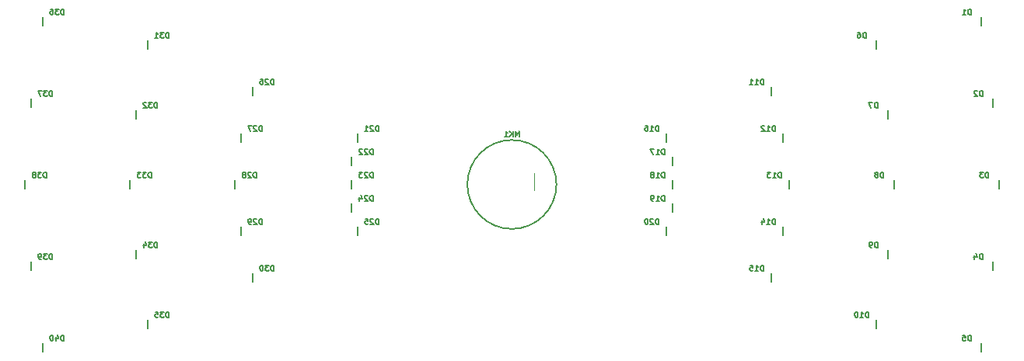
<source format=gbo>
G04 #@! TF.FileFunction,Legend,Bot*
%FSLAX46Y46*%
G04 Gerber Fmt 4.6, Leading zero omitted, Abs format (unit mm)*
G04 Created by KiCad (PCBNEW 4.0.6) date 09/10/17 16:34:28*
%MOMM*%
%LPD*%
G01*
G04 APERTURE LIST*
%ADD10C,0.100000*%
%ADD11C,0.127000*%
%ADD12C,0.203200*%
%ADD13C,0.101600*%
G04 APERTURE END LIST*
D10*
D11*
X200957500Y-112854980D02*
X200957500Y-111905020D01*
X199687500Y-105234980D02*
X199687500Y-104285020D01*
X189527500Y-115394980D02*
X189527500Y-114445020D01*
X188257500Y-110314980D02*
X188257500Y-109365020D01*
X200957500Y-128094980D02*
X200957500Y-127145020D01*
X176827500Y-115394980D02*
X176827500Y-114445020D01*
X177462500Y-117934980D02*
X177462500Y-116985020D01*
X177462500Y-123014980D02*
X177462500Y-122065020D01*
X177462500Y-120474980D02*
X177462500Y-119525020D01*
X176827500Y-125554980D02*
X176827500Y-124605020D01*
X131742500Y-109365020D02*
X131742500Y-110314980D01*
X130472500Y-114445020D02*
X130472500Y-115394980D01*
X129837500Y-119525020D02*
X129837500Y-120474980D01*
X130472500Y-124605020D02*
X130472500Y-125554980D01*
X120312500Y-134765020D02*
X120312500Y-135714980D01*
X131742500Y-129685020D02*
X131742500Y-130634980D01*
X119042500Y-127145020D02*
X119042500Y-128094980D01*
X119042500Y-111905020D02*
X119042500Y-112854980D01*
X108882500Y-101745020D02*
X108882500Y-102694980D01*
X120312500Y-104285020D02*
X120312500Y-105234980D01*
X107612500Y-110635020D02*
X107612500Y-111584980D01*
X106977500Y-119525020D02*
X106977500Y-120474980D01*
X118407500Y-119525020D02*
X118407500Y-120474980D01*
X142537500Y-122065020D02*
X142537500Y-123014980D01*
X142537500Y-116985020D02*
X142537500Y-117934980D01*
X143172500Y-114445020D02*
X143172500Y-115394980D01*
X190162500Y-120474980D02*
X190162500Y-119525020D01*
X189527500Y-125554980D02*
X189527500Y-124605020D01*
X188257500Y-130634980D02*
X188257500Y-129685020D01*
X107612500Y-128415020D02*
X107612500Y-129364980D01*
X108882500Y-137305020D02*
X108882500Y-138254980D01*
X201592500Y-120474980D02*
X201592500Y-119525020D01*
X199687500Y-135714980D02*
X199687500Y-134765020D01*
X212387500Y-129364980D02*
X212387500Y-128415020D01*
X213022500Y-120474980D02*
X213022500Y-119525020D01*
X212387500Y-111584980D02*
X212387500Y-110635020D01*
X211117500Y-102694980D02*
X211117500Y-101745020D01*
X142537500Y-119525020D02*
X142537500Y-120474980D01*
X143172500Y-124605020D02*
X143172500Y-125554980D01*
X211117500Y-138254980D02*
X211117500Y-137305020D01*
D12*
X164848860Y-120000000D02*
G75*
G03X164848860Y-120000000I-4848860J0D01*
G01*
D11*
X199819942Y-111639771D02*
X199819942Y-111030171D01*
X199674799Y-111030171D01*
X199587714Y-111059200D01*
X199529656Y-111117257D01*
X199500628Y-111175314D01*
X199471599Y-111291429D01*
X199471599Y-111378514D01*
X199500628Y-111494629D01*
X199529656Y-111552686D01*
X199587714Y-111610743D01*
X199674799Y-111639771D01*
X199819942Y-111639771D01*
X199268399Y-111030171D02*
X198861999Y-111030171D01*
X199123256Y-111639771D01*
X198549942Y-104019771D02*
X198549942Y-103410171D01*
X198404799Y-103410171D01*
X198317714Y-103439200D01*
X198259656Y-103497257D01*
X198230628Y-103555314D01*
X198201599Y-103671429D01*
X198201599Y-103758514D01*
X198230628Y-103874629D01*
X198259656Y-103932686D01*
X198317714Y-103990743D01*
X198404799Y-104019771D01*
X198549942Y-104019771D01*
X197679085Y-103410171D02*
X197795199Y-103410171D01*
X197853256Y-103439200D01*
X197882285Y-103468229D01*
X197940342Y-103555314D01*
X197969371Y-103671429D01*
X197969371Y-103903657D01*
X197940342Y-103961714D01*
X197911314Y-103990743D01*
X197853256Y-104019771D01*
X197737142Y-104019771D01*
X197679085Y-103990743D01*
X197650056Y-103961714D01*
X197621028Y-103903657D01*
X197621028Y-103758514D01*
X197650056Y-103700457D01*
X197679085Y-103671429D01*
X197737142Y-103642400D01*
X197853256Y-103642400D01*
X197911314Y-103671429D01*
X197940342Y-103700457D01*
X197969371Y-103758514D01*
X188680228Y-114179771D02*
X188680228Y-113570171D01*
X188535085Y-113570171D01*
X188448000Y-113599200D01*
X188389942Y-113657257D01*
X188360914Y-113715314D01*
X188331885Y-113831429D01*
X188331885Y-113918514D01*
X188360914Y-114034629D01*
X188389942Y-114092686D01*
X188448000Y-114150743D01*
X188535085Y-114179771D01*
X188680228Y-114179771D01*
X187751314Y-114179771D02*
X188099657Y-114179771D01*
X187925485Y-114179771D02*
X187925485Y-113570171D01*
X187983542Y-113657257D01*
X188041600Y-113715314D01*
X188099657Y-113744343D01*
X187519086Y-113628229D02*
X187490057Y-113599200D01*
X187432000Y-113570171D01*
X187286857Y-113570171D01*
X187228800Y-113599200D01*
X187199771Y-113628229D01*
X187170743Y-113686286D01*
X187170743Y-113744343D01*
X187199771Y-113831429D01*
X187548114Y-114179771D01*
X187170743Y-114179771D01*
X187410228Y-109099771D02*
X187410228Y-108490171D01*
X187265085Y-108490171D01*
X187178000Y-108519200D01*
X187119942Y-108577257D01*
X187090914Y-108635314D01*
X187061885Y-108751429D01*
X187061885Y-108838514D01*
X187090914Y-108954629D01*
X187119942Y-109012686D01*
X187178000Y-109070743D01*
X187265085Y-109099771D01*
X187410228Y-109099771D01*
X186481314Y-109099771D02*
X186829657Y-109099771D01*
X186655485Y-109099771D02*
X186655485Y-108490171D01*
X186713542Y-108577257D01*
X186771600Y-108635314D01*
X186829657Y-108664343D01*
X185900743Y-109099771D02*
X186249086Y-109099771D01*
X186074914Y-109099771D02*
X186074914Y-108490171D01*
X186132971Y-108577257D01*
X186191029Y-108635314D01*
X186249086Y-108664343D01*
X199819942Y-126879771D02*
X199819942Y-126270171D01*
X199674799Y-126270171D01*
X199587714Y-126299200D01*
X199529656Y-126357257D01*
X199500628Y-126415314D01*
X199471599Y-126531429D01*
X199471599Y-126618514D01*
X199500628Y-126734629D01*
X199529656Y-126792686D01*
X199587714Y-126850743D01*
X199674799Y-126879771D01*
X199819942Y-126879771D01*
X199181314Y-126879771D02*
X199065199Y-126879771D01*
X199007142Y-126850743D01*
X198978114Y-126821714D01*
X198920056Y-126734629D01*
X198891028Y-126618514D01*
X198891028Y-126386286D01*
X198920056Y-126328229D01*
X198949085Y-126299200D01*
X199007142Y-126270171D01*
X199123256Y-126270171D01*
X199181314Y-126299200D01*
X199210342Y-126328229D01*
X199239371Y-126386286D01*
X199239371Y-126531429D01*
X199210342Y-126589486D01*
X199181314Y-126618514D01*
X199123256Y-126647543D01*
X199007142Y-126647543D01*
X198949085Y-126618514D01*
X198920056Y-126589486D01*
X198891028Y-126531429D01*
X175980228Y-114179771D02*
X175980228Y-113570171D01*
X175835085Y-113570171D01*
X175748000Y-113599200D01*
X175689942Y-113657257D01*
X175660914Y-113715314D01*
X175631885Y-113831429D01*
X175631885Y-113918514D01*
X175660914Y-114034629D01*
X175689942Y-114092686D01*
X175748000Y-114150743D01*
X175835085Y-114179771D01*
X175980228Y-114179771D01*
X175051314Y-114179771D02*
X175399657Y-114179771D01*
X175225485Y-114179771D02*
X175225485Y-113570171D01*
X175283542Y-113657257D01*
X175341600Y-113715314D01*
X175399657Y-113744343D01*
X174528800Y-113570171D02*
X174644914Y-113570171D01*
X174702971Y-113599200D01*
X174732000Y-113628229D01*
X174790057Y-113715314D01*
X174819086Y-113831429D01*
X174819086Y-114063657D01*
X174790057Y-114121714D01*
X174761029Y-114150743D01*
X174702971Y-114179771D01*
X174586857Y-114179771D01*
X174528800Y-114150743D01*
X174499771Y-114121714D01*
X174470743Y-114063657D01*
X174470743Y-113918514D01*
X174499771Y-113860457D01*
X174528800Y-113831429D01*
X174586857Y-113802400D01*
X174702971Y-113802400D01*
X174761029Y-113831429D01*
X174790057Y-113860457D01*
X174819086Y-113918514D01*
X176615228Y-116719771D02*
X176615228Y-116110171D01*
X176470085Y-116110171D01*
X176383000Y-116139200D01*
X176324942Y-116197257D01*
X176295914Y-116255314D01*
X176266885Y-116371429D01*
X176266885Y-116458514D01*
X176295914Y-116574629D01*
X176324942Y-116632686D01*
X176383000Y-116690743D01*
X176470085Y-116719771D01*
X176615228Y-116719771D01*
X175686314Y-116719771D02*
X176034657Y-116719771D01*
X175860485Y-116719771D02*
X175860485Y-116110171D01*
X175918542Y-116197257D01*
X175976600Y-116255314D01*
X176034657Y-116284343D01*
X175483114Y-116110171D02*
X175076714Y-116110171D01*
X175337971Y-116719771D01*
X176615228Y-121799771D02*
X176615228Y-121190171D01*
X176470085Y-121190171D01*
X176383000Y-121219200D01*
X176324942Y-121277257D01*
X176295914Y-121335314D01*
X176266885Y-121451429D01*
X176266885Y-121538514D01*
X176295914Y-121654629D01*
X176324942Y-121712686D01*
X176383000Y-121770743D01*
X176470085Y-121799771D01*
X176615228Y-121799771D01*
X175686314Y-121799771D02*
X176034657Y-121799771D01*
X175860485Y-121799771D02*
X175860485Y-121190171D01*
X175918542Y-121277257D01*
X175976600Y-121335314D01*
X176034657Y-121364343D01*
X175396029Y-121799771D02*
X175279914Y-121799771D01*
X175221857Y-121770743D01*
X175192829Y-121741714D01*
X175134771Y-121654629D01*
X175105743Y-121538514D01*
X175105743Y-121306286D01*
X175134771Y-121248229D01*
X175163800Y-121219200D01*
X175221857Y-121190171D01*
X175337971Y-121190171D01*
X175396029Y-121219200D01*
X175425057Y-121248229D01*
X175454086Y-121306286D01*
X175454086Y-121451429D01*
X175425057Y-121509486D01*
X175396029Y-121538514D01*
X175337971Y-121567543D01*
X175221857Y-121567543D01*
X175163800Y-121538514D01*
X175134771Y-121509486D01*
X175105743Y-121451429D01*
X176615228Y-119259771D02*
X176615228Y-118650171D01*
X176470085Y-118650171D01*
X176383000Y-118679200D01*
X176324942Y-118737257D01*
X176295914Y-118795314D01*
X176266885Y-118911429D01*
X176266885Y-118998514D01*
X176295914Y-119114629D01*
X176324942Y-119172686D01*
X176383000Y-119230743D01*
X176470085Y-119259771D01*
X176615228Y-119259771D01*
X175686314Y-119259771D02*
X176034657Y-119259771D01*
X175860485Y-119259771D02*
X175860485Y-118650171D01*
X175918542Y-118737257D01*
X175976600Y-118795314D01*
X176034657Y-118824343D01*
X175337971Y-118911429D02*
X175396029Y-118882400D01*
X175425057Y-118853371D01*
X175454086Y-118795314D01*
X175454086Y-118766286D01*
X175425057Y-118708229D01*
X175396029Y-118679200D01*
X175337971Y-118650171D01*
X175221857Y-118650171D01*
X175163800Y-118679200D01*
X175134771Y-118708229D01*
X175105743Y-118766286D01*
X175105743Y-118795314D01*
X175134771Y-118853371D01*
X175163800Y-118882400D01*
X175221857Y-118911429D01*
X175337971Y-118911429D01*
X175396029Y-118940457D01*
X175425057Y-118969486D01*
X175454086Y-119027543D01*
X175454086Y-119143657D01*
X175425057Y-119201714D01*
X175396029Y-119230743D01*
X175337971Y-119259771D01*
X175221857Y-119259771D01*
X175163800Y-119230743D01*
X175134771Y-119201714D01*
X175105743Y-119143657D01*
X175105743Y-119027543D01*
X175134771Y-118969486D01*
X175163800Y-118940457D01*
X175221857Y-118911429D01*
X175980228Y-124339771D02*
X175980228Y-123730171D01*
X175835085Y-123730171D01*
X175748000Y-123759200D01*
X175689942Y-123817257D01*
X175660914Y-123875314D01*
X175631885Y-123991429D01*
X175631885Y-124078514D01*
X175660914Y-124194629D01*
X175689942Y-124252686D01*
X175748000Y-124310743D01*
X175835085Y-124339771D01*
X175980228Y-124339771D01*
X175399657Y-123788229D02*
X175370628Y-123759200D01*
X175312571Y-123730171D01*
X175167428Y-123730171D01*
X175109371Y-123759200D01*
X175080342Y-123788229D01*
X175051314Y-123846286D01*
X175051314Y-123904343D01*
X175080342Y-123991429D01*
X175428685Y-124339771D01*
X175051314Y-124339771D01*
X174673943Y-123730171D02*
X174615886Y-123730171D01*
X174557829Y-123759200D01*
X174528800Y-123788229D01*
X174499771Y-123846286D01*
X174470743Y-123962400D01*
X174470743Y-124107543D01*
X174499771Y-124223657D01*
X174528800Y-124281714D01*
X174557829Y-124310743D01*
X174615886Y-124339771D01*
X174673943Y-124339771D01*
X174732000Y-124310743D01*
X174761029Y-124281714D01*
X174790057Y-124223657D01*
X174819086Y-124107543D01*
X174819086Y-123962400D01*
X174790057Y-123846286D01*
X174761029Y-123788229D01*
X174732000Y-123759200D01*
X174673943Y-123730171D01*
X134070228Y-109099771D02*
X134070228Y-108490171D01*
X133925085Y-108490171D01*
X133838000Y-108519200D01*
X133779942Y-108577257D01*
X133750914Y-108635314D01*
X133721885Y-108751429D01*
X133721885Y-108838514D01*
X133750914Y-108954629D01*
X133779942Y-109012686D01*
X133838000Y-109070743D01*
X133925085Y-109099771D01*
X134070228Y-109099771D01*
X133489657Y-108548229D02*
X133460628Y-108519200D01*
X133402571Y-108490171D01*
X133257428Y-108490171D01*
X133199371Y-108519200D01*
X133170342Y-108548229D01*
X133141314Y-108606286D01*
X133141314Y-108664343D01*
X133170342Y-108751429D01*
X133518685Y-109099771D01*
X133141314Y-109099771D01*
X132618800Y-108490171D02*
X132734914Y-108490171D01*
X132792971Y-108519200D01*
X132822000Y-108548229D01*
X132880057Y-108635314D01*
X132909086Y-108751429D01*
X132909086Y-108983657D01*
X132880057Y-109041714D01*
X132851029Y-109070743D01*
X132792971Y-109099771D01*
X132676857Y-109099771D01*
X132618800Y-109070743D01*
X132589771Y-109041714D01*
X132560743Y-108983657D01*
X132560743Y-108838514D01*
X132589771Y-108780457D01*
X132618800Y-108751429D01*
X132676857Y-108722400D01*
X132792971Y-108722400D01*
X132851029Y-108751429D01*
X132880057Y-108780457D01*
X132909086Y-108838514D01*
X132800228Y-114179771D02*
X132800228Y-113570171D01*
X132655085Y-113570171D01*
X132568000Y-113599200D01*
X132509942Y-113657257D01*
X132480914Y-113715314D01*
X132451885Y-113831429D01*
X132451885Y-113918514D01*
X132480914Y-114034629D01*
X132509942Y-114092686D01*
X132568000Y-114150743D01*
X132655085Y-114179771D01*
X132800228Y-114179771D01*
X132219657Y-113628229D02*
X132190628Y-113599200D01*
X132132571Y-113570171D01*
X131987428Y-113570171D01*
X131929371Y-113599200D01*
X131900342Y-113628229D01*
X131871314Y-113686286D01*
X131871314Y-113744343D01*
X131900342Y-113831429D01*
X132248685Y-114179771D01*
X131871314Y-114179771D01*
X131668114Y-113570171D02*
X131261714Y-113570171D01*
X131522971Y-114179771D01*
X132165228Y-119259771D02*
X132165228Y-118650171D01*
X132020085Y-118650171D01*
X131933000Y-118679200D01*
X131874942Y-118737257D01*
X131845914Y-118795314D01*
X131816885Y-118911429D01*
X131816885Y-118998514D01*
X131845914Y-119114629D01*
X131874942Y-119172686D01*
X131933000Y-119230743D01*
X132020085Y-119259771D01*
X132165228Y-119259771D01*
X131584657Y-118708229D02*
X131555628Y-118679200D01*
X131497571Y-118650171D01*
X131352428Y-118650171D01*
X131294371Y-118679200D01*
X131265342Y-118708229D01*
X131236314Y-118766286D01*
X131236314Y-118824343D01*
X131265342Y-118911429D01*
X131613685Y-119259771D01*
X131236314Y-119259771D01*
X130887971Y-118911429D02*
X130946029Y-118882400D01*
X130975057Y-118853371D01*
X131004086Y-118795314D01*
X131004086Y-118766286D01*
X130975057Y-118708229D01*
X130946029Y-118679200D01*
X130887971Y-118650171D01*
X130771857Y-118650171D01*
X130713800Y-118679200D01*
X130684771Y-118708229D01*
X130655743Y-118766286D01*
X130655743Y-118795314D01*
X130684771Y-118853371D01*
X130713800Y-118882400D01*
X130771857Y-118911429D01*
X130887971Y-118911429D01*
X130946029Y-118940457D01*
X130975057Y-118969486D01*
X131004086Y-119027543D01*
X131004086Y-119143657D01*
X130975057Y-119201714D01*
X130946029Y-119230743D01*
X130887971Y-119259771D01*
X130771857Y-119259771D01*
X130713800Y-119230743D01*
X130684771Y-119201714D01*
X130655743Y-119143657D01*
X130655743Y-119027543D01*
X130684771Y-118969486D01*
X130713800Y-118940457D01*
X130771857Y-118911429D01*
X132800228Y-124339771D02*
X132800228Y-123730171D01*
X132655085Y-123730171D01*
X132568000Y-123759200D01*
X132509942Y-123817257D01*
X132480914Y-123875314D01*
X132451885Y-123991429D01*
X132451885Y-124078514D01*
X132480914Y-124194629D01*
X132509942Y-124252686D01*
X132568000Y-124310743D01*
X132655085Y-124339771D01*
X132800228Y-124339771D01*
X132219657Y-123788229D02*
X132190628Y-123759200D01*
X132132571Y-123730171D01*
X131987428Y-123730171D01*
X131929371Y-123759200D01*
X131900342Y-123788229D01*
X131871314Y-123846286D01*
X131871314Y-123904343D01*
X131900342Y-123991429D01*
X132248685Y-124339771D01*
X131871314Y-124339771D01*
X131581029Y-124339771D02*
X131464914Y-124339771D01*
X131406857Y-124310743D01*
X131377829Y-124281714D01*
X131319771Y-124194629D01*
X131290743Y-124078514D01*
X131290743Y-123846286D01*
X131319771Y-123788229D01*
X131348800Y-123759200D01*
X131406857Y-123730171D01*
X131522971Y-123730171D01*
X131581029Y-123759200D01*
X131610057Y-123788229D01*
X131639086Y-123846286D01*
X131639086Y-123991429D01*
X131610057Y-124049486D01*
X131581029Y-124078514D01*
X131522971Y-124107543D01*
X131406857Y-124107543D01*
X131348800Y-124078514D01*
X131319771Y-124049486D01*
X131290743Y-123991429D01*
X122640228Y-134499771D02*
X122640228Y-133890171D01*
X122495085Y-133890171D01*
X122408000Y-133919200D01*
X122349942Y-133977257D01*
X122320914Y-134035314D01*
X122291885Y-134151429D01*
X122291885Y-134238514D01*
X122320914Y-134354629D01*
X122349942Y-134412686D01*
X122408000Y-134470743D01*
X122495085Y-134499771D01*
X122640228Y-134499771D01*
X122088685Y-133890171D02*
X121711314Y-133890171D01*
X121914514Y-134122400D01*
X121827428Y-134122400D01*
X121769371Y-134151429D01*
X121740342Y-134180457D01*
X121711314Y-134238514D01*
X121711314Y-134383657D01*
X121740342Y-134441714D01*
X121769371Y-134470743D01*
X121827428Y-134499771D01*
X122001600Y-134499771D01*
X122059657Y-134470743D01*
X122088685Y-134441714D01*
X121159771Y-133890171D02*
X121450057Y-133890171D01*
X121479086Y-134180457D01*
X121450057Y-134151429D01*
X121392000Y-134122400D01*
X121246857Y-134122400D01*
X121188800Y-134151429D01*
X121159771Y-134180457D01*
X121130743Y-134238514D01*
X121130743Y-134383657D01*
X121159771Y-134441714D01*
X121188800Y-134470743D01*
X121246857Y-134499771D01*
X121392000Y-134499771D01*
X121450057Y-134470743D01*
X121479086Y-134441714D01*
X134070228Y-129419771D02*
X134070228Y-128810171D01*
X133925085Y-128810171D01*
X133838000Y-128839200D01*
X133779942Y-128897257D01*
X133750914Y-128955314D01*
X133721885Y-129071429D01*
X133721885Y-129158514D01*
X133750914Y-129274629D01*
X133779942Y-129332686D01*
X133838000Y-129390743D01*
X133925085Y-129419771D01*
X134070228Y-129419771D01*
X133518685Y-128810171D02*
X133141314Y-128810171D01*
X133344514Y-129042400D01*
X133257428Y-129042400D01*
X133199371Y-129071429D01*
X133170342Y-129100457D01*
X133141314Y-129158514D01*
X133141314Y-129303657D01*
X133170342Y-129361714D01*
X133199371Y-129390743D01*
X133257428Y-129419771D01*
X133431600Y-129419771D01*
X133489657Y-129390743D01*
X133518685Y-129361714D01*
X132763943Y-128810171D02*
X132705886Y-128810171D01*
X132647829Y-128839200D01*
X132618800Y-128868229D01*
X132589771Y-128926286D01*
X132560743Y-129042400D01*
X132560743Y-129187543D01*
X132589771Y-129303657D01*
X132618800Y-129361714D01*
X132647829Y-129390743D01*
X132705886Y-129419771D01*
X132763943Y-129419771D01*
X132822000Y-129390743D01*
X132851029Y-129361714D01*
X132880057Y-129303657D01*
X132909086Y-129187543D01*
X132909086Y-129042400D01*
X132880057Y-128926286D01*
X132851029Y-128868229D01*
X132822000Y-128839200D01*
X132763943Y-128810171D01*
X121370228Y-126879771D02*
X121370228Y-126270171D01*
X121225085Y-126270171D01*
X121138000Y-126299200D01*
X121079942Y-126357257D01*
X121050914Y-126415314D01*
X121021885Y-126531429D01*
X121021885Y-126618514D01*
X121050914Y-126734629D01*
X121079942Y-126792686D01*
X121138000Y-126850743D01*
X121225085Y-126879771D01*
X121370228Y-126879771D01*
X120818685Y-126270171D02*
X120441314Y-126270171D01*
X120644514Y-126502400D01*
X120557428Y-126502400D01*
X120499371Y-126531429D01*
X120470342Y-126560457D01*
X120441314Y-126618514D01*
X120441314Y-126763657D01*
X120470342Y-126821714D01*
X120499371Y-126850743D01*
X120557428Y-126879771D01*
X120731600Y-126879771D01*
X120789657Y-126850743D01*
X120818685Y-126821714D01*
X119918800Y-126473371D02*
X119918800Y-126879771D01*
X120063943Y-126241143D02*
X120209086Y-126676571D01*
X119831714Y-126676571D01*
X121370228Y-111639771D02*
X121370228Y-111030171D01*
X121225085Y-111030171D01*
X121138000Y-111059200D01*
X121079942Y-111117257D01*
X121050914Y-111175314D01*
X121021885Y-111291429D01*
X121021885Y-111378514D01*
X121050914Y-111494629D01*
X121079942Y-111552686D01*
X121138000Y-111610743D01*
X121225085Y-111639771D01*
X121370228Y-111639771D01*
X120818685Y-111030171D02*
X120441314Y-111030171D01*
X120644514Y-111262400D01*
X120557428Y-111262400D01*
X120499371Y-111291429D01*
X120470342Y-111320457D01*
X120441314Y-111378514D01*
X120441314Y-111523657D01*
X120470342Y-111581714D01*
X120499371Y-111610743D01*
X120557428Y-111639771D01*
X120731600Y-111639771D01*
X120789657Y-111610743D01*
X120818685Y-111581714D01*
X120209086Y-111088229D02*
X120180057Y-111059200D01*
X120122000Y-111030171D01*
X119976857Y-111030171D01*
X119918800Y-111059200D01*
X119889771Y-111088229D01*
X119860743Y-111146286D01*
X119860743Y-111204343D01*
X119889771Y-111291429D01*
X120238114Y-111639771D01*
X119860743Y-111639771D01*
X111210228Y-101479771D02*
X111210228Y-100870171D01*
X111065085Y-100870171D01*
X110978000Y-100899200D01*
X110919942Y-100957257D01*
X110890914Y-101015314D01*
X110861885Y-101131429D01*
X110861885Y-101218514D01*
X110890914Y-101334629D01*
X110919942Y-101392686D01*
X110978000Y-101450743D01*
X111065085Y-101479771D01*
X111210228Y-101479771D01*
X110658685Y-100870171D02*
X110281314Y-100870171D01*
X110484514Y-101102400D01*
X110397428Y-101102400D01*
X110339371Y-101131429D01*
X110310342Y-101160457D01*
X110281314Y-101218514D01*
X110281314Y-101363657D01*
X110310342Y-101421714D01*
X110339371Y-101450743D01*
X110397428Y-101479771D01*
X110571600Y-101479771D01*
X110629657Y-101450743D01*
X110658685Y-101421714D01*
X109758800Y-100870171D02*
X109874914Y-100870171D01*
X109932971Y-100899200D01*
X109962000Y-100928229D01*
X110020057Y-101015314D01*
X110049086Y-101131429D01*
X110049086Y-101363657D01*
X110020057Y-101421714D01*
X109991029Y-101450743D01*
X109932971Y-101479771D01*
X109816857Y-101479771D01*
X109758800Y-101450743D01*
X109729771Y-101421714D01*
X109700743Y-101363657D01*
X109700743Y-101218514D01*
X109729771Y-101160457D01*
X109758800Y-101131429D01*
X109816857Y-101102400D01*
X109932971Y-101102400D01*
X109991029Y-101131429D01*
X110020057Y-101160457D01*
X110049086Y-101218514D01*
X122640228Y-104019771D02*
X122640228Y-103410171D01*
X122495085Y-103410171D01*
X122408000Y-103439200D01*
X122349942Y-103497257D01*
X122320914Y-103555314D01*
X122291885Y-103671429D01*
X122291885Y-103758514D01*
X122320914Y-103874629D01*
X122349942Y-103932686D01*
X122408000Y-103990743D01*
X122495085Y-104019771D01*
X122640228Y-104019771D01*
X122088685Y-103410171D02*
X121711314Y-103410171D01*
X121914514Y-103642400D01*
X121827428Y-103642400D01*
X121769371Y-103671429D01*
X121740342Y-103700457D01*
X121711314Y-103758514D01*
X121711314Y-103903657D01*
X121740342Y-103961714D01*
X121769371Y-103990743D01*
X121827428Y-104019771D01*
X122001600Y-104019771D01*
X122059657Y-103990743D01*
X122088685Y-103961714D01*
X121130743Y-104019771D02*
X121479086Y-104019771D01*
X121304914Y-104019771D02*
X121304914Y-103410171D01*
X121362971Y-103497257D01*
X121421029Y-103555314D01*
X121479086Y-103584343D01*
X109940228Y-110369771D02*
X109940228Y-109760171D01*
X109795085Y-109760171D01*
X109708000Y-109789200D01*
X109649942Y-109847257D01*
X109620914Y-109905314D01*
X109591885Y-110021429D01*
X109591885Y-110108514D01*
X109620914Y-110224629D01*
X109649942Y-110282686D01*
X109708000Y-110340743D01*
X109795085Y-110369771D01*
X109940228Y-110369771D01*
X109388685Y-109760171D02*
X109011314Y-109760171D01*
X109214514Y-109992400D01*
X109127428Y-109992400D01*
X109069371Y-110021429D01*
X109040342Y-110050457D01*
X109011314Y-110108514D01*
X109011314Y-110253657D01*
X109040342Y-110311714D01*
X109069371Y-110340743D01*
X109127428Y-110369771D01*
X109301600Y-110369771D01*
X109359657Y-110340743D01*
X109388685Y-110311714D01*
X108808114Y-109760171D02*
X108401714Y-109760171D01*
X108662971Y-110369771D01*
X109305228Y-119259771D02*
X109305228Y-118650171D01*
X109160085Y-118650171D01*
X109073000Y-118679200D01*
X109014942Y-118737257D01*
X108985914Y-118795314D01*
X108956885Y-118911429D01*
X108956885Y-118998514D01*
X108985914Y-119114629D01*
X109014942Y-119172686D01*
X109073000Y-119230743D01*
X109160085Y-119259771D01*
X109305228Y-119259771D01*
X108753685Y-118650171D02*
X108376314Y-118650171D01*
X108579514Y-118882400D01*
X108492428Y-118882400D01*
X108434371Y-118911429D01*
X108405342Y-118940457D01*
X108376314Y-118998514D01*
X108376314Y-119143657D01*
X108405342Y-119201714D01*
X108434371Y-119230743D01*
X108492428Y-119259771D01*
X108666600Y-119259771D01*
X108724657Y-119230743D01*
X108753685Y-119201714D01*
X108027971Y-118911429D02*
X108086029Y-118882400D01*
X108115057Y-118853371D01*
X108144086Y-118795314D01*
X108144086Y-118766286D01*
X108115057Y-118708229D01*
X108086029Y-118679200D01*
X108027971Y-118650171D01*
X107911857Y-118650171D01*
X107853800Y-118679200D01*
X107824771Y-118708229D01*
X107795743Y-118766286D01*
X107795743Y-118795314D01*
X107824771Y-118853371D01*
X107853800Y-118882400D01*
X107911857Y-118911429D01*
X108027971Y-118911429D01*
X108086029Y-118940457D01*
X108115057Y-118969486D01*
X108144086Y-119027543D01*
X108144086Y-119143657D01*
X108115057Y-119201714D01*
X108086029Y-119230743D01*
X108027971Y-119259771D01*
X107911857Y-119259771D01*
X107853800Y-119230743D01*
X107824771Y-119201714D01*
X107795743Y-119143657D01*
X107795743Y-119027543D01*
X107824771Y-118969486D01*
X107853800Y-118940457D01*
X107911857Y-118911429D01*
X120735228Y-119259771D02*
X120735228Y-118650171D01*
X120590085Y-118650171D01*
X120503000Y-118679200D01*
X120444942Y-118737257D01*
X120415914Y-118795314D01*
X120386885Y-118911429D01*
X120386885Y-118998514D01*
X120415914Y-119114629D01*
X120444942Y-119172686D01*
X120503000Y-119230743D01*
X120590085Y-119259771D01*
X120735228Y-119259771D01*
X120183685Y-118650171D02*
X119806314Y-118650171D01*
X120009514Y-118882400D01*
X119922428Y-118882400D01*
X119864371Y-118911429D01*
X119835342Y-118940457D01*
X119806314Y-118998514D01*
X119806314Y-119143657D01*
X119835342Y-119201714D01*
X119864371Y-119230743D01*
X119922428Y-119259771D01*
X120096600Y-119259771D01*
X120154657Y-119230743D01*
X120183685Y-119201714D01*
X119603114Y-118650171D02*
X119225743Y-118650171D01*
X119428943Y-118882400D01*
X119341857Y-118882400D01*
X119283800Y-118911429D01*
X119254771Y-118940457D01*
X119225743Y-118998514D01*
X119225743Y-119143657D01*
X119254771Y-119201714D01*
X119283800Y-119230743D01*
X119341857Y-119259771D01*
X119516029Y-119259771D01*
X119574086Y-119230743D01*
X119603114Y-119201714D01*
X144865228Y-121799771D02*
X144865228Y-121190171D01*
X144720085Y-121190171D01*
X144633000Y-121219200D01*
X144574942Y-121277257D01*
X144545914Y-121335314D01*
X144516885Y-121451429D01*
X144516885Y-121538514D01*
X144545914Y-121654629D01*
X144574942Y-121712686D01*
X144633000Y-121770743D01*
X144720085Y-121799771D01*
X144865228Y-121799771D01*
X144284657Y-121248229D02*
X144255628Y-121219200D01*
X144197571Y-121190171D01*
X144052428Y-121190171D01*
X143994371Y-121219200D01*
X143965342Y-121248229D01*
X143936314Y-121306286D01*
X143936314Y-121364343D01*
X143965342Y-121451429D01*
X144313685Y-121799771D01*
X143936314Y-121799771D01*
X143413800Y-121393371D02*
X143413800Y-121799771D01*
X143558943Y-121161143D02*
X143704086Y-121596571D01*
X143326714Y-121596571D01*
X144865228Y-116719771D02*
X144865228Y-116110171D01*
X144720085Y-116110171D01*
X144633000Y-116139200D01*
X144574942Y-116197257D01*
X144545914Y-116255314D01*
X144516885Y-116371429D01*
X144516885Y-116458514D01*
X144545914Y-116574629D01*
X144574942Y-116632686D01*
X144633000Y-116690743D01*
X144720085Y-116719771D01*
X144865228Y-116719771D01*
X144284657Y-116168229D02*
X144255628Y-116139200D01*
X144197571Y-116110171D01*
X144052428Y-116110171D01*
X143994371Y-116139200D01*
X143965342Y-116168229D01*
X143936314Y-116226286D01*
X143936314Y-116284343D01*
X143965342Y-116371429D01*
X144313685Y-116719771D01*
X143936314Y-116719771D01*
X143704086Y-116168229D02*
X143675057Y-116139200D01*
X143617000Y-116110171D01*
X143471857Y-116110171D01*
X143413800Y-116139200D01*
X143384771Y-116168229D01*
X143355743Y-116226286D01*
X143355743Y-116284343D01*
X143384771Y-116371429D01*
X143733114Y-116719771D01*
X143355743Y-116719771D01*
X145500228Y-114179771D02*
X145500228Y-113570171D01*
X145355085Y-113570171D01*
X145268000Y-113599200D01*
X145209942Y-113657257D01*
X145180914Y-113715314D01*
X145151885Y-113831429D01*
X145151885Y-113918514D01*
X145180914Y-114034629D01*
X145209942Y-114092686D01*
X145268000Y-114150743D01*
X145355085Y-114179771D01*
X145500228Y-114179771D01*
X144919657Y-113628229D02*
X144890628Y-113599200D01*
X144832571Y-113570171D01*
X144687428Y-113570171D01*
X144629371Y-113599200D01*
X144600342Y-113628229D01*
X144571314Y-113686286D01*
X144571314Y-113744343D01*
X144600342Y-113831429D01*
X144948685Y-114179771D01*
X144571314Y-114179771D01*
X143990743Y-114179771D02*
X144339086Y-114179771D01*
X144164914Y-114179771D02*
X144164914Y-113570171D01*
X144222971Y-113657257D01*
X144281029Y-113715314D01*
X144339086Y-113744343D01*
X189315228Y-119259771D02*
X189315228Y-118650171D01*
X189170085Y-118650171D01*
X189083000Y-118679200D01*
X189024942Y-118737257D01*
X188995914Y-118795314D01*
X188966885Y-118911429D01*
X188966885Y-118998514D01*
X188995914Y-119114629D01*
X189024942Y-119172686D01*
X189083000Y-119230743D01*
X189170085Y-119259771D01*
X189315228Y-119259771D01*
X188386314Y-119259771D02*
X188734657Y-119259771D01*
X188560485Y-119259771D02*
X188560485Y-118650171D01*
X188618542Y-118737257D01*
X188676600Y-118795314D01*
X188734657Y-118824343D01*
X188183114Y-118650171D02*
X187805743Y-118650171D01*
X188008943Y-118882400D01*
X187921857Y-118882400D01*
X187863800Y-118911429D01*
X187834771Y-118940457D01*
X187805743Y-118998514D01*
X187805743Y-119143657D01*
X187834771Y-119201714D01*
X187863800Y-119230743D01*
X187921857Y-119259771D01*
X188096029Y-119259771D01*
X188154086Y-119230743D01*
X188183114Y-119201714D01*
X188680228Y-124339771D02*
X188680228Y-123730171D01*
X188535085Y-123730171D01*
X188448000Y-123759200D01*
X188389942Y-123817257D01*
X188360914Y-123875314D01*
X188331885Y-123991429D01*
X188331885Y-124078514D01*
X188360914Y-124194629D01*
X188389942Y-124252686D01*
X188448000Y-124310743D01*
X188535085Y-124339771D01*
X188680228Y-124339771D01*
X187751314Y-124339771D02*
X188099657Y-124339771D01*
X187925485Y-124339771D02*
X187925485Y-123730171D01*
X187983542Y-123817257D01*
X188041600Y-123875314D01*
X188099657Y-123904343D01*
X187228800Y-123933371D02*
X187228800Y-124339771D01*
X187373943Y-123701143D02*
X187519086Y-124136571D01*
X187141714Y-124136571D01*
X187410228Y-129419771D02*
X187410228Y-128810171D01*
X187265085Y-128810171D01*
X187178000Y-128839200D01*
X187119942Y-128897257D01*
X187090914Y-128955314D01*
X187061885Y-129071429D01*
X187061885Y-129158514D01*
X187090914Y-129274629D01*
X187119942Y-129332686D01*
X187178000Y-129390743D01*
X187265085Y-129419771D01*
X187410228Y-129419771D01*
X186481314Y-129419771D02*
X186829657Y-129419771D01*
X186655485Y-129419771D02*
X186655485Y-128810171D01*
X186713542Y-128897257D01*
X186771600Y-128955314D01*
X186829657Y-128984343D01*
X185929771Y-128810171D02*
X186220057Y-128810171D01*
X186249086Y-129100457D01*
X186220057Y-129071429D01*
X186162000Y-129042400D01*
X186016857Y-129042400D01*
X185958800Y-129071429D01*
X185929771Y-129100457D01*
X185900743Y-129158514D01*
X185900743Y-129303657D01*
X185929771Y-129361714D01*
X185958800Y-129390743D01*
X186016857Y-129419771D01*
X186162000Y-129419771D01*
X186220057Y-129390743D01*
X186249086Y-129361714D01*
X109940228Y-128149771D02*
X109940228Y-127540171D01*
X109795085Y-127540171D01*
X109708000Y-127569200D01*
X109649942Y-127627257D01*
X109620914Y-127685314D01*
X109591885Y-127801429D01*
X109591885Y-127888514D01*
X109620914Y-128004629D01*
X109649942Y-128062686D01*
X109708000Y-128120743D01*
X109795085Y-128149771D01*
X109940228Y-128149771D01*
X109388685Y-127540171D02*
X109011314Y-127540171D01*
X109214514Y-127772400D01*
X109127428Y-127772400D01*
X109069371Y-127801429D01*
X109040342Y-127830457D01*
X109011314Y-127888514D01*
X109011314Y-128033657D01*
X109040342Y-128091714D01*
X109069371Y-128120743D01*
X109127428Y-128149771D01*
X109301600Y-128149771D01*
X109359657Y-128120743D01*
X109388685Y-128091714D01*
X108721029Y-128149771D02*
X108604914Y-128149771D01*
X108546857Y-128120743D01*
X108517829Y-128091714D01*
X108459771Y-128004629D01*
X108430743Y-127888514D01*
X108430743Y-127656286D01*
X108459771Y-127598229D01*
X108488800Y-127569200D01*
X108546857Y-127540171D01*
X108662971Y-127540171D01*
X108721029Y-127569200D01*
X108750057Y-127598229D01*
X108779086Y-127656286D01*
X108779086Y-127801429D01*
X108750057Y-127859486D01*
X108721029Y-127888514D01*
X108662971Y-127917543D01*
X108546857Y-127917543D01*
X108488800Y-127888514D01*
X108459771Y-127859486D01*
X108430743Y-127801429D01*
X111210228Y-137039771D02*
X111210228Y-136430171D01*
X111065085Y-136430171D01*
X110978000Y-136459200D01*
X110919942Y-136517257D01*
X110890914Y-136575314D01*
X110861885Y-136691429D01*
X110861885Y-136778514D01*
X110890914Y-136894629D01*
X110919942Y-136952686D01*
X110978000Y-137010743D01*
X111065085Y-137039771D01*
X111210228Y-137039771D01*
X110339371Y-136633371D02*
X110339371Y-137039771D01*
X110484514Y-136401143D02*
X110629657Y-136836571D01*
X110252285Y-136836571D01*
X109903943Y-136430171D02*
X109845886Y-136430171D01*
X109787829Y-136459200D01*
X109758800Y-136488229D01*
X109729771Y-136546286D01*
X109700743Y-136662400D01*
X109700743Y-136807543D01*
X109729771Y-136923657D01*
X109758800Y-136981714D01*
X109787829Y-137010743D01*
X109845886Y-137039771D01*
X109903943Y-137039771D01*
X109962000Y-137010743D01*
X109991029Y-136981714D01*
X110020057Y-136923657D01*
X110049086Y-136807543D01*
X110049086Y-136662400D01*
X110020057Y-136546286D01*
X109991029Y-136488229D01*
X109962000Y-136459200D01*
X109903943Y-136430171D01*
X200454942Y-119259771D02*
X200454942Y-118650171D01*
X200309799Y-118650171D01*
X200222714Y-118679200D01*
X200164656Y-118737257D01*
X200135628Y-118795314D01*
X200106599Y-118911429D01*
X200106599Y-118998514D01*
X200135628Y-119114629D01*
X200164656Y-119172686D01*
X200222714Y-119230743D01*
X200309799Y-119259771D01*
X200454942Y-119259771D01*
X199758256Y-118911429D02*
X199816314Y-118882400D01*
X199845342Y-118853371D01*
X199874371Y-118795314D01*
X199874371Y-118766286D01*
X199845342Y-118708229D01*
X199816314Y-118679200D01*
X199758256Y-118650171D01*
X199642142Y-118650171D01*
X199584085Y-118679200D01*
X199555056Y-118708229D01*
X199526028Y-118766286D01*
X199526028Y-118795314D01*
X199555056Y-118853371D01*
X199584085Y-118882400D01*
X199642142Y-118911429D01*
X199758256Y-118911429D01*
X199816314Y-118940457D01*
X199845342Y-118969486D01*
X199874371Y-119027543D01*
X199874371Y-119143657D01*
X199845342Y-119201714D01*
X199816314Y-119230743D01*
X199758256Y-119259771D01*
X199642142Y-119259771D01*
X199584085Y-119230743D01*
X199555056Y-119201714D01*
X199526028Y-119143657D01*
X199526028Y-119027543D01*
X199555056Y-118969486D01*
X199584085Y-118940457D01*
X199642142Y-118911429D01*
X198840228Y-134499771D02*
X198840228Y-133890171D01*
X198695085Y-133890171D01*
X198608000Y-133919200D01*
X198549942Y-133977257D01*
X198520914Y-134035314D01*
X198491885Y-134151429D01*
X198491885Y-134238514D01*
X198520914Y-134354629D01*
X198549942Y-134412686D01*
X198608000Y-134470743D01*
X198695085Y-134499771D01*
X198840228Y-134499771D01*
X197911314Y-134499771D02*
X198259657Y-134499771D01*
X198085485Y-134499771D02*
X198085485Y-133890171D01*
X198143542Y-133977257D01*
X198201600Y-134035314D01*
X198259657Y-134064343D01*
X197533943Y-133890171D02*
X197475886Y-133890171D01*
X197417829Y-133919200D01*
X197388800Y-133948229D01*
X197359771Y-134006286D01*
X197330743Y-134122400D01*
X197330743Y-134267543D01*
X197359771Y-134383657D01*
X197388800Y-134441714D01*
X197417829Y-134470743D01*
X197475886Y-134499771D01*
X197533943Y-134499771D01*
X197592000Y-134470743D01*
X197621029Y-134441714D01*
X197650057Y-134383657D01*
X197679086Y-134267543D01*
X197679086Y-134122400D01*
X197650057Y-134006286D01*
X197621029Y-133948229D01*
X197592000Y-133919200D01*
X197533943Y-133890171D01*
X211249942Y-128149771D02*
X211249942Y-127540171D01*
X211104799Y-127540171D01*
X211017714Y-127569200D01*
X210959656Y-127627257D01*
X210930628Y-127685314D01*
X210901599Y-127801429D01*
X210901599Y-127888514D01*
X210930628Y-128004629D01*
X210959656Y-128062686D01*
X211017714Y-128120743D01*
X211104799Y-128149771D01*
X211249942Y-128149771D01*
X210379085Y-127743371D02*
X210379085Y-128149771D01*
X210524228Y-127511143D02*
X210669371Y-127946571D01*
X210291999Y-127946571D01*
X211884942Y-119259771D02*
X211884942Y-118650171D01*
X211739799Y-118650171D01*
X211652714Y-118679200D01*
X211594656Y-118737257D01*
X211565628Y-118795314D01*
X211536599Y-118911429D01*
X211536599Y-118998514D01*
X211565628Y-119114629D01*
X211594656Y-119172686D01*
X211652714Y-119230743D01*
X211739799Y-119259771D01*
X211884942Y-119259771D01*
X211333399Y-118650171D02*
X210956028Y-118650171D01*
X211159228Y-118882400D01*
X211072142Y-118882400D01*
X211014085Y-118911429D01*
X210985056Y-118940457D01*
X210956028Y-118998514D01*
X210956028Y-119143657D01*
X210985056Y-119201714D01*
X211014085Y-119230743D01*
X211072142Y-119259771D01*
X211246314Y-119259771D01*
X211304371Y-119230743D01*
X211333399Y-119201714D01*
X211249942Y-110369771D02*
X211249942Y-109760171D01*
X211104799Y-109760171D01*
X211017714Y-109789200D01*
X210959656Y-109847257D01*
X210930628Y-109905314D01*
X210901599Y-110021429D01*
X210901599Y-110108514D01*
X210930628Y-110224629D01*
X210959656Y-110282686D01*
X211017714Y-110340743D01*
X211104799Y-110369771D01*
X211249942Y-110369771D01*
X210669371Y-109818229D02*
X210640342Y-109789200D01*
X210582285Y-109760171D01*
X210437142Y-109760171D01*
X210379085Y-109789200D01*
X210350056Y-109818229D01*
X210321028Y-109876286D01*
X210321028Y-109934343D01*
X210350056Y-110021429D01*
X210698399Y-110369771D01*
X210321028Y-110369771D01*
X209979942Y-101479771D02*
X209979942Y-100870171D01*
X209834799Y-100870171D01*
X209747714Y-100899200D01*
X209689656Y-100957257D01*
X209660628Y-101015314D01*
X209631599Y-101131429D01*
X209631599Y-101218514D01*
X209660628Y-101334629D01*
X209689656Y-101392686D01*
X209747714Y-101450743D01*
X209834799Y-101479771D01*
X209979942Y-101479771D01*
X209051028Y-101479771D02*
X209399371Y-101479771D01*
X209225199Y-101479771D02*
X209225199Y-100870171D01*
X209283256Y-100957257D01*
X209341314Y-101015314D01*
X209399371Y-101044343D01*
X144865228Y-119259771D02*
X144865228Y-118650171D01*
X144720085Y-118650171D01*
X144633000Y-118679200D01*
X144574942Y-118737257D01*
X144545914Y-118795314D01*
X144516885Y-118911429D01*
X144516885Y-118998514D01*
X144545914Y-119114629D01*
X144574942Y-119172686D01*
X144633000Y-119230743D01*
X144720085Y-119259771D01*
X144865228Y-119259771D01*
X144284657Y-118708229D02*
X144255628Y-118679200D01*
X144197571Y-118650171D01*
X144052428Y-118650171D01*
X143994371Y-118679200D01*
X143965342Y-118708229D01*
X143936314Y-118766286D01*
X143936314Y-118824343D01*
X143965342Y-118911429D01*
X144313685Y-119259771D01*
X143936314Y-119259771D01*
X143733114Y-118650171D02*
X143355743Y-118650171D01*
X143558943Y-118882400D01*
X143471857Y-118882400D01*
X143413800Y-118911429D01*
X143384771Y-118940457D01*
X143355743Y-118998514D01*
X143355743Y-119143657D01*
X143384771Y-119201714D01*
X143413800Y-119230743D01*
X143471857Y-119259771D01*
X143646029Y-119259771D01*
X143704086Y-119230743D01*
X143733114Y-119201714D01*
X145500228Y-124339771D02*
X145500228Y-123730171D01*
X145355085Y-123730171D01*
X145268000Y-123759200D01*
X145209942Y-123817257D01*
X145180914Y-123875314D01*
X145151885Y-123991429D01*
X145151885Y-124078514D01*
X145180914Y-124194629D01*
X145209942Y-124252686D01*
X145268000Y-124310743D01*
X145355085Y-124339771D01*
X145500228Y-124339771D01*
X144919657Y-123788229D02*
X144890628Y-123759200D01*
X144832571Y-123730171D01*
X144687428Y-123730171D01*
X144629371Y-123759200D01*
X144600342Y-123788229D01*
X144571314Y-123846286D01*
X144571314Y-123904343D01*
X144600342Y-123991429D01*
X144948685Y-124339771D01*
X144571314Y-124339771D01*
X144019771Y-123730171D02*
X144310057Y-123730171D01*
X144339086Y-124020457D01*
X144310057Y-123991429D01*
X144252000Y-123962400D01*
X144106857Y-123962400D01*
X144048800Y-123991429D01*
X144019771Y-124020457D01*
X143990743Y-124078514D01*
X143990743Y-124223657D01*
X144019771Y-124281714D01*
X144048800Y-124310743D01*
X144106857Y-124339771D01*
X144252000Y-124339771D01*
X144310057Y-124310743D01*
X144339086Y-124281714D01*
X209979942Y-137039771D02*
X209979942Y-136430171D01*
X209834799Y-136430171D01*
X209747714Y-136459200D01*
X209689656Y-136517257D01*
X209660628Y-136575314D01*
X209631599Y-136691429D01*
X209631599Y-136778514D01*
X209660628Y-136894629D01*
X209689656Y-136952686D01*
X209747714Y-137010743D01*
X209834799Y-137039771D01*
X209979942Y-137039771D01*
X209080056Y-136430171D02*
X209370342Y-136430171D01*
X209399371Y-136720457D01*
X209370342Y-136691429D01*
X209312285Y-136662400D01*
X209167142Y-136662400D01*
X209109085Y-136691429D01*
X209080056Y-136720457D01*
X209051028Y-136778514D01*
X209051028Y-136923657D01*
X209080056Y-136981714D01*
X209109085Y-137010743D01*
X209167142Y-137039771D01*
X209312285Y-137039771D01*
X209370342Y-137010743D01*
X209399371Y-136981714D01*
X160798285Y-114814771D02*
X160798285Y-114205171D01*
X160595085Y-114640600D01*
X160391885Y-114205171D01*
X160391885Y-114814771D01*
X160101599Y-114814771D02*
X160101599Y-114205171D01*
X159753256Y-114814771D02*
X160014513Y-114466429D01*
X159753256Y-114205171D02*
X160101599Y-114553514D01*
X159172685Y-114814771D02*
X159521028Y-114814771D01*
X159346856Y-114814771D02*
X159346856Y-114205171D01*
X159404913Y-114292257D01*
X159462971Y-114350314D01*
X159521028Y-114379343D01*
D13*
X162384334Y-118766891D02*
X162384334Y-119734510D01*
X162384334Y-119635571D02*
X162384334Y-120603190D01*
M02*

</source>
